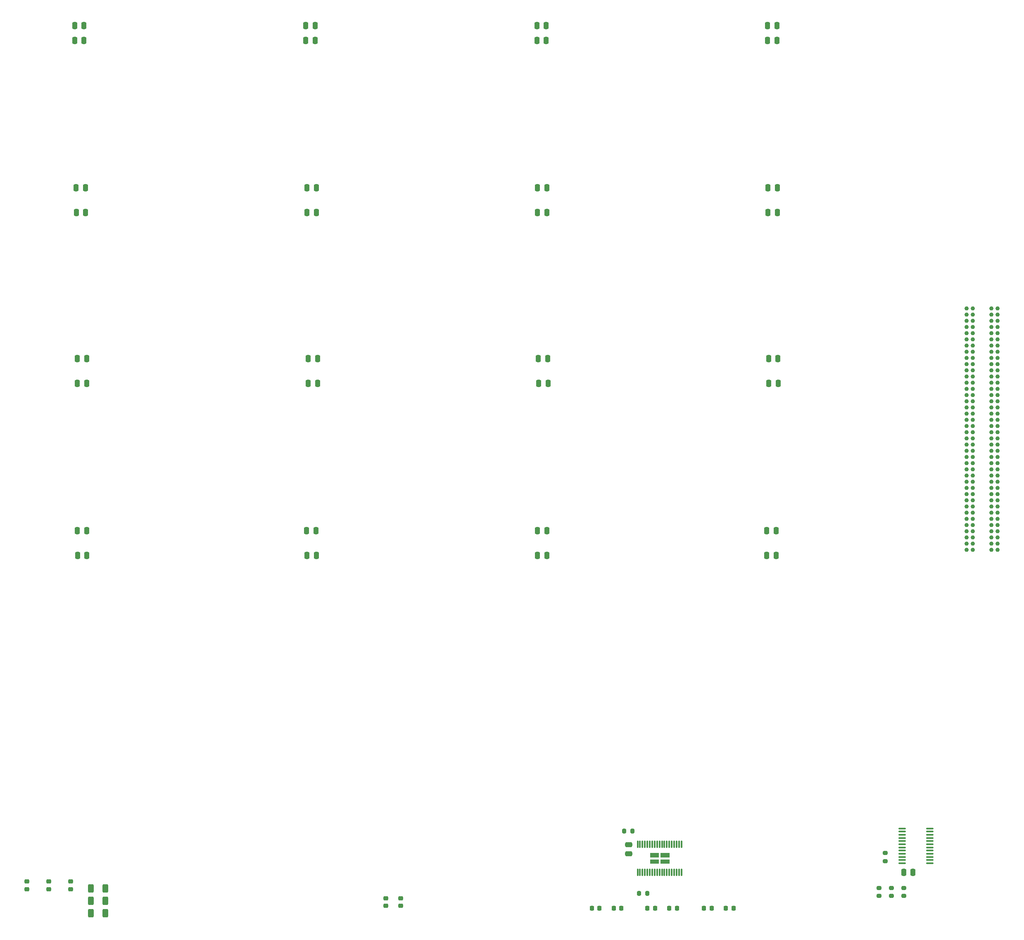
<source format=gbr>
G04 #@! TF.GenerationSoftware,KiCad,Pcbnew,7.0.0*
G04 #@! TF.CreationDate,2024-03-13T15:56:49+01:00*
G04 #@! TF.ProjectId,ADAU1787_rack,41444155-3137-4383-975f-7261636b2e6b,rev?*
G04 #@! TF.SameCoordinates,Original*
G04 #@! TF.FileFunction,Paste,Top*
G04 #@! TF.FilePolarity,Positive*
%FSLAX46Y46*%
G04 Gerber Fmt 4.6, Leading zero omitted, Abs format (unit mm)*
G04 Created by KiCad (PCBNEW 7.0.0) date 2024-03-13 15:56:49*
%MOMM*%
%LPD*%
G01*
G04 APERTURE LIST*
G04 Aperture macros list*
%AMRoundRect*
0 Rectangle with rounded corners*
0 $1 Rounding radius*
0 $2 $3 $4 $5 $6 $7 $8 $9 X,Y pos of 4 corners*
0 Add a 4 corners polygon primitive as box body*
4,1,4,$2,$3,$4,$5,$6,$7,$8,$9,$2,$3,0*
0 Add four circle primitives for the rounded corners*
1,1,$1+$1,$2,$3*
1,1,$1+$1,$4,$5*
1,1,$1+$1,$6,$7*
1,1,$1+$1,$8,$9*
0 Add four rect primitives between the rounded corners*
20,1,$1+$1,$2,$3,$4,$5,0*
20,1,$1+$1,$4,$5,$6,$7,0*
20,1,$1+$1,$6,$7,$8,$9,0*
20,1,$1+$1,$8,$9,$2,$3,0*%
G04 Aperture macros list end*
%ADD10C,0.445000*%
%ADD11C,0.010000*%
%ADD12RoundRect,0.218750X-0.256250X0.218750X-0.256250X-0.218750X0.256250X-0.218750X0.256250X0.218750X0*%
%ADD13RoundRect,0.218750X0.218750X0.256250X-0.218750X0.256250X-0.218750X-0.256250X0.218750X-0.256250X0*%
%ADD14RoundRect,0.218750X-0.218750X-0.256250X0.218750X-0.256250X0.218750X0.256250X-0.218750X0.256250X0*%
%ADD15RoundRect,0.100000X0.637500X0.100000X-0.637500X0.100000X-0.637500X-0.100000X0.637500X-0.100000X0*%
%ADD16RoundRect,0.218750X0.256250X-0.218750X0.256250X0.218750X-0.256250X0.218750X-0.256250X-0.218750X0*%
%ADD17RoundRect,0.019600X0.120400X-0.700400X0.120400X0.700400X-0.120400X0.700400X-0.120400X-0.700400X0*%
%ADD18RoundRect,0.250000X-0.250000X-0.475000X0.250000X-0.475000X0.250000X0.475000X-0.250000X0.475000X0*%
%ADD19RoundRect,0.250000X-0.475000X0.250000X-0.475000X-0.250000X0.475000X-0.250000X0.475000X0.250000X0*%
%ADD20RoundRect,0.200000X-0.200000X-0.275000X0.200000X-0.275000X0.200000X0.275000X-0.200000X0.275000X0*%
%ADD21RoundRect,0.250000X0.312500X0.625000X-0.312500X0.625000X-0.312500X-0.625000X0.312500X-0.625000X0*%
%ADD22RoundRect,0.200000X0.275000X-0.200000X0.275000X0.200000X-0.275000X0.200000X-0.275000X-0.200000X0*%
%ADD23RoundRect,0.250000X0.250000X0.475000X-0.250000X0.475000X-0.250000X-0.475000X0.250000X-0.475000X0*%
%ADD24RoundRect,0.200000X-0.275000X0.200000X-0.275000X-0.200000X0.275000X-0.200000X0.275000X0.200000X0*%
G04 APERTURE END LIST*
D10*
X248082500Y-139535000D02*
G75*
G03*
X248082500Y-139535000I-222500J0D01*
G01*
X246812500Y-139535000D02*
G75*
G03*
X246812500Y-139535000I-222500J0D01*
G01*
X243002500Y-139535000D02*
G75*
G03*
X243002500Y-139535000I-222500J0D01*
G01*
X241732500Y-139535000D02*
G75*
G03*
X241732500Y-139535000I-222500J0D01*
G01*
X248082500Y-140805000D02*
G75*
G03*
X248082500Y-140805000I-222500J0D01*
G01*
X246812500Y-140805000D02*
G75*
G03*
X246812500Y-140805000I-222500J0D01*
G01*
X243002500Y-140805000D02*
G75*
G03*
X243002500Y-140805000I-222500J0D01*
G01*
X241732500Y-140805000D02*
G75*
G03*
X241732500Y-140805000I-222500J0D01*
G01*
X248082500Y-142075000D02*
G75*
G03*
X248082500Y-142075000I-222500J0D01*
G01*
X246812500Y-142075000D02*
G75*
G03*
X246812500Y-142075000I-222500J0D01*
G01*
X243002500Y-142075000D02*
G75*
G03*
X243002500Y-142075000I-222500J0D01*
G01*
X241732500Y-142075000D02*
G75*
G03*
X241732500Y-142075000I-222500J0D01*
G01*
X248082500Y-143345000D02*
G75*
G03*
X248082500Y-143345000I-222500J0D01*
G01*
X246812500Y-143345000D02*
G75*
G03*
X246812500Y-143345000I-222500J0D01*
G01*
X243002500Y-143345000D02*
G75*
G03*
X243002500Y-143345000I-222500J0D01*
G01*
X241732500Y-143345000D02*
G75*
G03*
X241732500Y-143345000I-222500J0D01*
G01*
X248082500Y-144615000D02*
G75*
G03*
X248082500Y-144615000I-222500J0D01*
G01*
X246812500Y-144615000D02*
G75*
G03*
X246812500Y-144615000I-222500J0D01*
G01*
X243002500Y-144615000D02*
G75*
G03*
X243002500Y-144615000I-222500J0D01*
G01*
X241732500Y-144615000D02*
G75*
G03*
X241732500Y-144615000I-222500J0D01*
G01*
X248082500Y-145885000D02*
G75*
G03*
X248082500Y-145885000I-222500J0D01*
G01*
X246812500Y-145885000D02*
G75*
G03*
X246812500Y-145885000I-222500J0D01*
G01*
X243002500Y-145885000D02*
G75*
G03*
X243002500Y-145885000I-222500J0D01*
G01*
X241732500Y-145885000D02*
G75*
G03*
X241732500Y-145885000I-222500J0D01*
G01*
X248082500Y-147155000D02*
G75*
G03*
X248082500Y-147155000I-222500J0D01*
G01*
X246812500Y-147155000D02*
G75*
G03*
X246812500Y-147155000I-222500J0D01*
G01*
X243002500Y-147155000D02*
G75*
G03*
X243002500Y-147155000I-222500J0D01*
G01*
X241732500Y-147155000D02*
G75*
G03*
X241732500Y-147155000I-222500J0D01*
G01*
X248082500Y-148425000D02*
G75*
G03*
X248082500Y-148425000I-222500J0D01*
G01*
X246812500Y-148425000D02*
G75*
G03*
X246812500Y-148425000I-222500J0D01*
G01*
X243002500Y-148425000D02*
G75*
G03*
X243002500Y-148425000I-222500J0D01*
G01*
X241732500Y-148425000D02*
G75*
G03*
X241732500Y-148425000I-222500J0D01*
G01*
X248082500Y-149695000D02*
G75*
G03*
X248082500Y-149695000I-222500J0D01*
G01*
X246812500Y-149695000D02*
G75*
G03*
X246812500Y-149695000I-222500J0D01*
G01*
X243002500Y-149695000D02*
G75*
G03*
X243002500Y-149695000I-222500J0D01*
G01*
X241732500Y-149695000D02*
G75*
G03*
X241732500Y-149695000I-222500J0D01*
G01*
X248082500Y-150965000D02*
G75*
G03*
X248082500Y-150965000I-222500J0D01*
G01*
X246812500Y-150965000D02*
G75*
G03*
X246812500Y-150965000I-222500J0D01*
G01*
X243002500Y-150965000D02*
G75*
G03*
X243002500Y-150965000I-222500J0D01*
G01*
X241732500Y-150965000D02*
G75*
G03*
X241732500Y-150965000I-222500J0D01*
G01*
X248082500Y-152235000D02*
G75*
G03*
X248082500Y-152235000I-222500J0D01*
G01*
X246812500Y-152235000D02*
G75*
G03*
X246812500Y-152235000I-222500J0D01*
G01*
X243002500Y-152235000D02*
G75*
G03*
X243002500Y-152235000I-222500J0D01*
G01*
X241732500Y-152235000D02*
G75*
G03*
X241732500Y-152235000I-222500J0D01*
G01*
X248082500Y-153505000D02*
G75*
G03*
X248082500Y-153505000I-222500J0D01*
G01*
X246812500Y-153505000D02*
G75*
G03*
X246812500Y-153505000I-222500J0D01*
G01*
X243002500Y-153505000D02*
G75*
G03*
X243002500Y-153505000I-222500J0D01*
G01*
X241732500Y-153505000D02*
G75*
G03*
X241732500Y-153505000I-222500J0D01*
G01*
X248082500Y-154775000D02*
G75*
G03*
X248082500Y-154775000I-222500J0D01*
G01*
X246812500Y-154775000D02*
G75*
G03*
X246812500Y-154775000I-222500J0D01*
G01*
X243002500Y-154775000D02*
G75*
G03*
X243002500Y-154775000I-222500J0D01*
G01*
X241732500Y-154775000D02*
G75*
G03*
X241732500Y-154775000I-222500J0D01*
G01*
X248082500Y-156045000D02*
G75*
G03*
X248082500Y-156045000I-222500J0D01*
G01*
X246812500Y-156045000D02*
G75*
G03*
X246812500Y-156045000I-222500J0D01*
G01*
X243002500Y-156045000D02*
G75*
G03*
X243002500Y-156045000I-222500J0D01*
G01*
X241732500Y-156045000D02*
G75*
G03*
X241732500Y-156045000I-222500J0D01*
G01*
X248082500Y-157315000D02*
G75*
G03*
X248082500Y-157315000I-222500J0D01*
G01*
X246812500Y-157315000D02*
G75*
G03*
X246812500Y-157315000I-222500J0D01*
G01*
X243002500Y-157315000D02*
G75*
G03*
X243002500Y-157315000I-222500J0D01*
G01*
X241732500Y-157315000D02*
G75*
G03*
X241732500Y-157315000I-222500J0D01*
G01*
X248082500Y-158585000D02*
G75*
G03*
X248082500Y-158585000I-222500J0D01*
G01*
X246812500Y-158585000D02*
G75*
G03*
X246812500Y-158585000I-222500J0D01*
G01*
X243002500Y-158585000D02*
G75*
G03*
X243002500Y-158585000I-222500J0D01*
G01*
X241732500Y-158585000D02*
G75*
G03*
X241732500Y-158585000I-222500J0D01*
G01*
X248082500Y-159855000D02*
G75*
G03*
X248082500Y-159855000I-222500J0D01*
G01*
X246812500Y-159855000D02*
G75*
G03*
X246812500Y-159855000I-222500J0D01*
G01*
X243002500Y-159855000D02*
G75*
G03*
X243002500Y-159855000I-222500J0D01*
G01*
X241732500Y-159855000D02*
G75*
G03*
X241732500Y-159855000I-222500J0D01*
G01*
X248082500Y-161125000D02*
G75*
G03*
X248082500Y-161125000I-222500J0D01*
G01*
X246812500Y-161125000D02*
G75*
G03*
X246812500Y-161125000I-222500J0D01*
G01*
X243002500Y-161125000D02*
G75*
G03*
X243002500Y-161125000I-222500J0D01*
G01*
X241732500Y-161125000D02*
G75*
G03*
X241732500Y-161125000I-222500J0D01*
G01*
X248082500Y-162395000D02*
G75*
G03*
X248082500Y-162395000I-222500J0D01*
G01*
X246812500Y-162395000D02*
G75*
G03*
X246812500Y-162395000I-222500J0D01*
G01*
X243002500Y-162395000D02*
G75*
G03*
X243002500Y-162395000I-222500J0D01*
G01*
X241732500Y-162395000D02*
G75*
G03*
X241732500Y-162395000I-222500J0D01*
G01*
X248082500Y-163665000D02*
G75*
G03*
X248082500Y-163665000I-222500J0D01*
G01*
X246812500Y-163665000D02*
G75*
G03*
X246812500Y-163665000I-222500J0D01*
G01*
X243002500Y-163665000D02*
G75*
G03*
X243002500Y-163665000I-222500J0D01*
G01*
X241732500Y-163665000D02*
G75*
G03*
X241732500Y-163665000I-222500J0D01*
G01*
X248082500Y-164935000D02*
G75*
G03*
X248082500Y-164935000I-222500J0D01*
G01*
X246812500Y-164935000D02*
G75*
G03*
X246812500Y-164935000I-222500J0D01*
G01*
X243002500Y-164935000D02*
G75*
G03*
X243002500Y-164935000I-222500J0D01*
G01*
X241732500Y-164935000D02*
G75*
G03*
X241732500Y-164935000I-222500J0D01*
G01*
X248082500Y-166205000D02*
G75*
G03*
X248082500Y-166205000I-222500J0D01*
G01*
X246812500Y-166205000D02*
G75*
G03*
X246812500Y-166205000I-222500J0D01*
G01*
X243002500Y-166205000D02*
G75*
G03*
X243002500Y-166205000I-222500J0D01*
G01*
X241732500Y-166205000D02*
G75*
G03*
X241732500Y-166205000I-222500J0D01*
G01*
X248082500Y-167475000D02*
G75*
G03*
X248082500Y-167475000I-222500J0D01*
G01*
X246812500Y-167475000D02*
G75*
G03*
X246812500Y-167475000I-222500J0D01*
G01*
X243002500Y-167475000D02*
G75*
G03*
X243002500Y-167475000I-222500J0D01*
G01*
X241732500Y-167475000D02*
G75*
G03*
X241732500Y-167475000I-222500J0D01*
G01*
X248082500Y-168745000D02*
G75*
G03*
X248082500Y-168745000I-222500J0D01*
G01*
X246812500Y-168745000D02*
G75*
G03*
X246812500Y-168745000I-222500J0D01*
G01*
X243002500Y-168745000D02*
G75*
G03*
X243002500Y-168745000I-222500J0D01*
G01*
X241732500Y-168745000D02*
G75*
G03*
X241732500Y-168745000I-222500J0D01*
G01*
X248082500Y-170015000D02*
G75*
G03*
X248082500Y-170015000I-222500J0D01*
G01*
X246812500Y-170015000D02*
G75*
G03*
X246812500Y-170015000I-222500J0D01*
G01*
X243002500Y-170015000D02*
G75*
G03*
X243002500Y-170015000I-222500J0D01*
G01*
X241732500Y-170015000D02*
G75*
G03*
X241732500Y-170015000I-222500J0D01*
G01*
X248082500Y-171285000D02*
G75*
G03*
X248082500Y-171285000I-222500J0D01*
G01*
X246812500Y-171285000D02*
G75*
G03*
X246812500Y-171285000I-222500J0D01*
G01*
X243002500Y-171285000D02*
G75*
G03*
X243002500Y-171285000I-222500J0D01*
G01*
X241732500Y-171285000D02*
G75*
G03*
X241732500Y-171285000I-222500J0D01*
G01*
X248082500Y-172555000D02*
G75*
G03*
X248082500Y-172555000I-222500J0D01*
G01*
X246812500Y-172555000D02*
G75*
G03*
X246812500Y-172555000I-222500J0D01*
G01*
X243002500Y-172555000D02*
G75*
G03*
X243002500Y-172555000I-222500J0D01*
G01*
X241732500Y-172555000D02*
G75*
G03*
X241732500Y-172555000I-222500J0D01*
G01*
X248082500Y-173825000D02*
G75*
G03*
X248082500Y-173825000I-222500J0D01*
G01*
X246812500Y-173825000D02*
G75*
G03*
X246812500Y-173825000I-222500J0D01*
G01*
X243002500Y-173825000D02*
G75*
G03*
X243002500Y-173825000I-222500J0D01*
G01*
X241732500Y-173825000D02*
G75*
G03*
X241732500Y-173825000I-222500J0D01*
G01*
X248082500Y-175095000D02*
G75*
G03*
X248082500Y-175095000I-222500J0D01*
G01*
X246812500Y-175095000D02*
G75*
G03*
X246812500Y-175095000I-222500J0D01*
G01*
X243002500Y-175095000D02*
G75*
G03*
X243002500Y-175095000I-222500J0D01*
G01*
X241732500Y-175095000D02*
G75*
G03*
X241732500Y-175095000I-222500J0D01*
G01*
X248082500Y-176365000D02*
G75*
G03*
X248082500Y-176365000I-222500J0D01*
G01*
X246812500Y-176365000D02*
G75*
G03*
X246812500Y-176365000I-222500J0D01*
G01*
X243002500Y-176365000D02*
G75*
G03*
X243002500Y-176365000I-222500J0D01*
G01*
X241732500Y-176365000D02*
G75*
G03*
X241732500Y-176365000I-222500J0D01*
G01*
X248082500Y-177635000D02*
G75*
G03*
X248082500Y-177635000I-222500J0D01*
G01*
X246812500Y-177635000D02*
G75*
G03*
X246812500Y-177635000I-222500J0D01*
G01*
X243002500Y-177635000D02*
G75*
G03*
X243002500Y-177635000I-222500J0D01*
G01*
X241732500Y-177635000D02*
G75*
G03*
X241732500Y-177635000I-222500J0D01*
G01*
X248082500Y-178905000D02*
G75*
G03*
X248082500Y-178905000I-222500J0D01*
G01*
X246812500Y-178905000D02*
G75*
G03*
X246812500Y-178905000I-222500J0D01*
G01*
X243002500Y-178905000D02*
G75*
G03*
X243002500Y-178905000I-222500J0D01*
G01*
X241732500Y-178905000D02*
G75*
G03*
X241732500Y-178905000I-222500J0D01*
G01*
X248082500Y-180175000D02*
G75*
G03*
X248082500Y-180175000I-222500J0D01*
G01*
X246812500Y-180175000D02*
G75*
G03*
X246812500Y-180175000I-222500J0D01*
G01*
X243002500Y-180175000D02*
G75*
G03*
X243002500Y-180175000I-222500J0D01*
G01*
X241732500Y-180175000D02*
G75*
G03*
X241732500Y-180175000I-222500J0D01*
G01*
X248082500Y-181445000D02*
G75*
G03*
X248082500Y-181445000I-222500J0D01*
G01*
X246812500Y-181445000D02*
G75*
G03*
X246812500Y-181445000I-222500J0D01*
G01*
X243002500Y-181445000D02*
G75*
G03*
X243002500Y-181445000I-222500J0D01*
G01*
X241732500Y-181445000D02*
G75*
G03*
X241732500Y-181445000I-222500J0D01*
G01*
X248082500Y-182715000D02*
G75*
G03*
X248082500Y-182715000I-222500J0D01*
G01*
X246812500Y-182715000D02*
G75*
G03*
X246812500Y-182715000I-222500J0D01*
G01*
X243002500Y-182715000D02*
G75*
G03*
X243002500Y-182715000I-222500J0D01*
G01*
X241732500Y-182715000D02*
G75*
G03*
X241732500Y-182715000I-222500J0D01*
G01*
X248082500Y-183985000D02*
G75*
G03*
X248082500Y-183985000I-222500J0D01*
G01*
X246812500Y-183985000D02*
G75*
G03*
X246812500Y-183985000I-222500J0D01*
G01*
X243002500Y-183985000D02*
G75*
G03*
X243002500Y-183985000I-222500J0D01*
G01*
X241732500Y-183985000D02*
G75*
G03*
X241732500Y-183985000I-222500J0D01*
G01*
X248082500Y-185255000D02*
G75*
G03*
X248082500Y-185255000I-222500J0D01*
G01*
X246812500Y-185255000D02*
G75*
G03*
X246812500Y-185255000I-222500J0D01*
G01*
X243002500Y-185255000D02*
G75*
G03*
X243002500Y-185255000I-222500J0D01*
G01*
X241732500Y-185255000D02*
G75*
G03*
X241732500Y-185255000I-222500J0D01*
G01*
X248082500Y-186525000D02*
G75*
G03*
X248082500Y-186525000I-222500J0D01*
G01*
X246812500Y-186525000D02*
G75*
G03*
X246812500Y-186525000I-222500J0D01*
G01*
X243002500Y-186525000D02*
G75*
G03*
X243002500Y-186525000I-222500J0D01*
G01*
X241732500Y-186525000D02*
G75*
G03*
X241732500Y-186525000I-222500J0D01*
G01*
X248082500Y-187795000D02*
G75*
G03*
X248082500Y-187795000I-222500J0D01*
G01*
X246812500Y-187795000D02*
G75*
G03*
X246812500Y-187795000I-222500J0D01*
G01*
X243002500Y-187795000D02*
G75*
G03*
X243002500Y-187795000I-222500J0D01*
G01*
X241732500Y-187795000D02*
G75*
G03*
X241732500Y-187795000I-222500J0D01*
G01*
X248082500Y-189065000D02*
G75*
G03*
X248082500Y-189065000I-222500J0D01*
G01*
X246812500Y-189065000D02*
G75*
G03*
X246812500Y-189065000I-222500J0D01*
G01*
X243002500Y-189065000D02*
G75*
G03*
X243002500Y-189065000I-222500J0D01*
G01*
X241732500Y-189065000D02*
G75*
G03*
X241732500Y-189065000I-222500J0D01*
G01*
G36*
X178337000Y-253404000D02*
G01*
X176607000Y-253404000D01*
X176607000Y-252574000D01*
X178337000Y-252574000D01*
X178337000Y-253404000D01*
G37*
D11*
X178337000Y-253404000D02*
X176607000Y-253404000D01*
X176607000Y-252574000D01*
X178337000Y-252574000D01*
X178337000Y-253404000D01*
G36*
X180517000Y-253404000D02*
G01*
X178787000Y-253404000D01*
X178787000Y-252574000D01*
X180517000Y-252574000D01*
X180517000Y-253404000D01*
G37*
X180517000Y-253404000D02*
X178787000Y-253404000D01*
X178787000Y-252574000D01*
X180517000Y-252574000D01*
X180517000Y-253404000D01*
G36*
X178337000Y-252124000D02*
G01*
X176607000Y-252124000D01*
X176607000Y-251294000D01*
X178337000Y-251294000D01*
X178337000Y-252124000D01*
G37*
X178337000Y-252124000D02*
X176607000Y-252124000D01*
X176607000Y-251294000D01*
X178337000Y-251294000D01*
X178337000Y-252124000D01*
G36*
X180517000Y-252124000D02*
G01*
X178787000Y-252124000D01*
X178787000Y-251294000D01*
X180517000Y-251294000D01*
X180517000Y-252124000D01*
G37*
X180517000Y-252124000D02*
X178787000Y-252124000D01*
X178787000Y-251294000D01*
X180517000Y-251294000D01*
X180517000Y-252124000D01*
D12*
X125476000Y-260553000D03*
X125476000Y-262128000D03*
X122476000Y-260553000D03*
X122476000Y-262128000D03*
D13*
X193732500Y-262600000D03*
X192157500Y-262600000D03*
D14*
X187657500Y-262600000D03*
X189232500Y-262600000D03*
D13*
X182132500Y-262638055D03*
X180557500Y-262638055D03*
D14*
X176057500Y-262638055D03*
X177632500Y-262638055D03*
X169155000Y-262618055D03*
X170730000Y-262618055D03*
D13*
X166255000Y-262618055D03*
X164680000Y-262618055D03*
D15*
X234002500Y-253384000D03*
X234002500Y-252734000D03*
X234002500Y-252084000D03*
X234002500Y-251434000D03*
X234002500Y-250784000D03*
X234002500Y-250134000D03*
X234002500Y-249484000D03*
X234002500Y-248834000D03*
X234002500Y-248184000D03*
X234002500Y-247534000D03*
X234002500Y-246884000D03*
X234002500Y-246234000D03*
X228277500Y-246234000D03*
X228277500Y-246884000D03*
X228277500Y-247534000D03*
X228277500Y-248184000D03*
X228277500Y-248834000D03*
X228277500Y-249484000D03*
X228277500Y-250134000D03*
X228277500Y-250784000D03*
X228277500Y-251434000D03*
X228277500Y-252084000D03*
X228277500Y-252734000D03*
X228277500Y-253384000D03*
D16*
X53351616Y-258696919D03*
X53351616Y-257121919D03*
X48851616Y-258696919D03*
X48851616Y-257121919D03*
X57851616Y-258696919D03*
X57851616Y-257121919D03*
D17*
X174062000Y-255234000D03*
X174562000Y-255234000D03*
X175062000Y-255234000D03*
X175562000Y-255234000D03*
X176062000Y-255234000D03*
X176562000Y-255234000D03*
X177062000Y-255234000D03*
X177562000Y-255234000D03*
X178062000Y-255234000D03*
X178562000Y-255234000D03*
X179062000Y-255234000D03*
X179562000Y-255234000D03*
X180062000Y-255234000D03*
X180562000Y-255234000D03*
X181062000Y-255234000D03*
X181562000Y-255234000D03*
X182062000Y-255234000D03*
X182562000Y-255234000D03*
X183062000Y-255234000D03*
X183062000Y-249464000D03*
X182562000Y-249464000D03*
X182062000Y-249464000D03*
X181562000Y-249464000D03*
X181062000Y-249464000D03*
X180562000Y-249464000D03*
X180062000Y-249464000D03*
X179562000Y-249464000D03*
X179062000Y-249464000D03*
X178562000Y-249464000D03*
X178062000Y-249464000D03*
X177562000Y-249464000D03*
X177062000Y-249464000D03*
X176562000Y-249464000D03*
X176062000Y-249464000D03*
X175562000Y-249464000D03*
X175062000Y-249464000D03*
X174562000Y-249464000D03*
X174062000Y-249464000D03*
D18*
X228600000Y-255270000D03*
X230500000Y-255270000D03*
D19*
X172212000Y-249560000D03*
X172212000Y-251460000D03*
D20*
X171321500Y-246761000D03*
X172971500Y-246761000D03*
X174372000Y-259588000D03*
X176022000Y-259588000D03*
D21*
X64930116Y-258572000D03*
X62005116Y-258572000D03*
X64930116Y-261112000D03*
X62005116Y-261112000D03*
X64930116Y-263652000D03*
X62005116Y-263652000D03*
D22*
X224790000Y-252920000D03*
X224790000Y-251270000D03*
D23*
X155702000Y-154940000D03*
X153802000Y-154940000D03*
X61125500Y-149860000D03*
X59225500Y-149860000D03*
D24*
X223520000Y-258446000D03*
X223520000Y-260096000D03*
D23*
X108458000Y-154940000D03*
X106558000Y-154940000D03*
X202814000Y-149860000D03*
X200914000Y-149860000D03*
X60937500Y-119888000D03*
X59037500Y-119888000D03*
D24*
X228600000Y-258446000D03*
X228600000Y-260096000D03*
D23*
X108204000Y-119888000D03*
X106304000Y-119888000D03*
X202692000Y-119888000D03*
X200792000Y-119888000D03*
D24*
X226060000Y-258446000D03*
X226060000Y-260096000D03*
D23*
X155316000Y-81534000D03*
X153416000Y-81534000D03*
X155448000Y-185166000D03*
X153548000Y-185166000D03*
X202438000Y-185166000D03*
X200538000Y-185166000D03*
X155448000Y-114808000D03*
X153548000Y-114808000D03*
X202692000Y-114808000D03*
X200792000Y-114808000D03*
X61191500Y-190246000D03*
X59291500Y-190246000D03*
X155636000Y-149860000D03*
X153736000Y-149860000D03*
X60574000Y-84582000D03*
X58674000Y-84582000D03*
X108204000Y-114808000D03*
X106304000Y-114808000D03*
X202438000Y-190246000D03*
X200538000Y-190246000D03*
X108138000Y-185166000D03*
X106238000Y-185166000D03*
X202626000Y-81534000D03*
X200726000Y-81534000D03*
X60574000Y-81534000D03*
X58674000Y-81534000D03*
X155316000Y-84582000D03*
X153416000Y-84582000D03*
X61125500Y-154940000D03*
X59225500Y-154940000D03*
X155448000Y-190246000D03*
X153548000Y-190246000D03*
X202880000Y-154940000D03*
X200980000Y-154940000D03*
X61125500Y-185166000D03*
X59225500Y-185166000D03*
X108204000Y-190246000D03*
X106304000Y-190246000D03*
X108458000Y-149860000D03*
X106558000Y-149860000D03*
X107950000Y-81534000D03*
X106050000Y-81534000D03*
X107950000Y-84582000D03*
X106050000Y-84582000D03*
X155448000Y-119888000D03*
X153548000Y-119888000D03*
X60871500Y-114808000D03*
X58971500Y-114808000D03*
X202626000Y-84582000D03*
X200726000Y-84582000D03*
M02*

</source>
